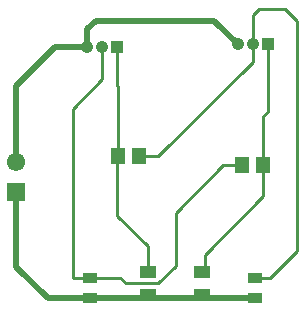
<source format=gtl>
G04*
G04 #@! TF.GenerationSoftware,Altium Limited,Altium Designer,19.0.14 (431)*
G04*
G04 Layer_Physical_Order=1*
G04 Layer_Color=255*
%FSLAX43Y43*%
%MOMM*%
G71*
G01*
G75*
%ADD11C,0.250*%
%ADD13R,1.150X1.450*%
%ADD14R,1.400X1.050*%
%ADD15R,1.300X0.850*%
%ADD21R,1.050X1.050*%
%ADD22C,1.050*%
%ADD23C,0.500*%
%ADD24C,1.550*%
%ADD25R,1.550X1.550*%
D11*
X11000Y15900D02*
X11100Y16000D01*
X11000Y11000D02*
Y15900D01*
X23770Y20000D02*
X23781Y19989D01*
X23770Y20000D02*
Y25500D01*
X23781Y19781D02*
Y19989D01*
X23400Y19400D02*
X23781Y19781D01*
X23400Y15250D02*
Y19400D01*
X20000Y15250D02*
X21600D01*
X16000Y11250D02*
X20000Y15250D01*
X16000Y6750D02*
Y11250D01*
X25250Y28500D02*
X26250Y27500D01*
Y8000D02*
Y27500D01*
X24000Y5750D02*
X26250Y8000D01*
X13426Y6200D02*
X13601Y6375D01*
X11000Y11000D02*
X13601Y8399D01*
Y6375D02*
Y8399D01*
X14500Y5250D02*
X16000Y6750D01*
X18427Y6200D02*
Y7677D01*
X23400Y12650D01*
Y15250D01*
X22703Y5750D02*
X24000D01*
X7250Y5750D02*
Y20000D01*
X9770Y22520D01*
X18252Y6200D02*
X18427D01*
X13426D02*
X13601D01*
X11750Y5250D02*
X14500D01*
X11250Y5750D02*
X11750Y5250D01*
X8750Y5750D02*
X11250D01*
X7250D02*
X8750D01*
X9770Y22520D02*
Y25250D01*
X11040Y22000D02*
X11100Y21940D01*
X11040Y22000D02*
Y25250D01*
X11100Y16000D02*
Y21940D01*
X12900Y16000D02*
X14500D01*
X22500Y24000D01*
Y25500D01*
Y28000D01*
X23000Y28500D01*
X25250D01*
D13*
X21600Y15250D02*
D03*
X23400D02*
D03*
X11100Y16000D02*
D03*
X12900D02*
D03*
D14*
X18252Y4300D02*
D03*
Y6200D02*
D03*
X13601Y4300D02*
D03*
Y6200D02*
D03*
D15*
X22703Y4050D02*
D03*
Y5750D02*
D03*
X8750Y4050D02*
D03*
Y5750D02*
D03*
D21*
X23770Y25500D02*
D03*
X11040Y25250D02*
D03*
D22*
X22500Y25500D02*
D03*
X21230D02*
D03*
X9770Y25250D02*
D03*
X8500D02*
D03*
D23*
Y26750D01*
X9250Y27500D01*
X19230D01*
X21230Y25500D01*
X5150Y4000D02*
X22653D01*
X22703Y4050D01*
X2500Y6650D02*
X5150Y4000D01*
X2500Y6650D02*
Y13000D01*
Y22000D02*
X5750Y25250D01*
X8250D01*
X2500Y15540D02*
Y22000D01*
D24*
Y15540D02*
D03*
D25*
Y13000D02*
D03*
M02*

</source>
